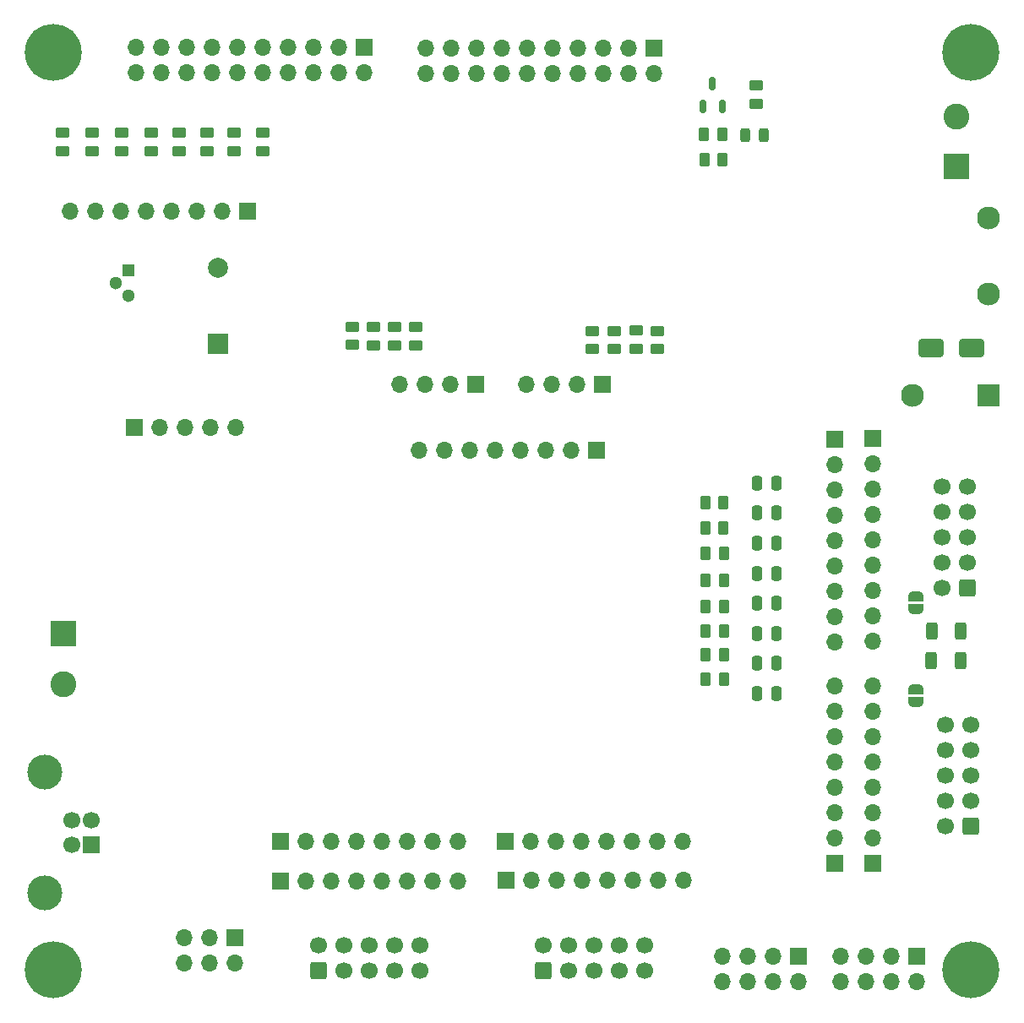
<source format=gbr>
%TF.GenerationSoftware,KiCad,Pcbnew,9.0.2*%
%TF.CreationDate,2025-09-03T21:51:31-05:00*%
%TF.ProjectId,ENRTENADOR ATMEGA1284P,454e5254-454e-4414-944f-522041544d45,rev?*%
%TF.SameCoordinates,Original*%
%TF.FileFunction,Soldermask,Bot*%
%TF.FilePolarity,Negative*%
%FSLAX46Y46*%
G04 Gerber Fmt 4.6, Leading zero omitted, Abs format (unit mm)*
G04 Created by KiCad (PCBNEW 9.0.2) date 2025-09-03 21:51:31*
%MOMM*%
%LPD*%
G01*
G04 APERTURE LIST*
G04 Aperture macros list*
%AMRoundRect*
0 Rectangle with rounded corners*
0 $1 Rounding radius*
0 $2 $3 $4 $5 $6 $7 $8 $9 X,Y pos of 4 corners*
0 Add a 4 corners polygon primitive as box body*
4,1,4,$2,$3,$4,$5,$6,$7,$8,$9,$2,$3,0*
0 Add four circle primitives for the rounded corners*
1,1,$1+$1,$2,$3*
1,1,$1+$1,$4,$5*
1,1,$1+$1,$6,$7*
1,1,$1+$1,$8,$9*
0 Add four rect primitives between the rounded corners*
20,1,$1+$1,$2,$3,$4,$5,0*
20,1,$1+$1,$4,$5,$6,$7,0*
20,1,$1+$1,$6,$7,$8,$9,0*
20,1,$1+$1,$8,$9,$2,$3,0*%
%AMFreePoly0*
4,1,23,0.500000,-0.750000,0.000000,-0.750000,0.000000,-0.745722,-0.065263,-0.745722,-0.191342,-0.711940,-0.304381,-0.646677,-0.396677,-0.554381,-0.461940,-0.441342,-0.495722,-0.315263,-0.495722,-0.250000,-0.500000,-0.250000,-0.500000,0.250000,-0.495722,0.250000,-0.495722,0.315263,-0.461940,0.441342,-0.396677,0.554381,-0.304381,0.646677,-0.191342,0.711940,-0.065263,0.745722,0.000000,0.745722,
0.000000,0.750000,0.500000,0.750000,0.500000,-0.750000,0.500000,-0.750000,$1*%
%AMFreePoly1*
4,1,23,0.000000,0.745722,0.065263,0.745722,0.191342,0.711940,0.304381,0.646677,0.396677,0.554381,0.461940,0.441342,0.495722,0.315263,0.495722,0.250000,0.500000,0.250000,0.500000,-0.250000,0.495722,-0.250000,0.495722,-0.315263,0.461940,-0.441342,0.396677,-0.554381,0.304381,-0.646677,0.191342,-0.711940,0.065263,-0.745722,0.000000,-0.745722,0.000000,-0.750000,-0.500000,-0.750000,
-0.500000,0.750000,0.000000,0.750000,0.000000,0.745722,0.000000,0.745722,$1*%
G04 Aperture macros list end*
%ADD10R,2.600000X2.600000*%
%ADD11C,2.600000*%
%ADD12R,1.700000X1.700000*%
%ADD13O,1.700000X1.700000*%
%ADD14RoundRect,0.250000X0.600000X0.600000X-0.600000X0.600000X-0.600000X-0.600000X0.600000X-0.600000X0*%
%ADD15C,1.700000*%
%ADD16R,1.300000X1.300000*%
%ADD17C,1.300000*%
%ADD18RoundRect,0.250000X0.600000X-0.600000X0.600000X0.600000X-0.600000X0.600000X-0.600000X-0.600000X0*%
%ADD19C,3.500000*%
%ADD20C,5.700000*%
%ADD21R,2.000000X2.000000*%
%ADD22C,2.000000*%
%ADD23R,2.300000X2.300000*%
%ADD24C,2.300000*%
%ADD25RoundRect,0.250000X0.450000X-0.262500X0.450000X0.262500X-0.450000X0.262500X-0.450000X-0.262500X0*%
%ADD26RoundRect,0.250000X-1.000000X-0.650000X1.000000X-0.650000X1.000000X0.650000X-1.000000X0.650000X0*%
%ADD27RoundRect,0.250000X0.262500X0.450000X-0.262500X0.450000X-0.262500X-0.450000X0.262500X-0.450000X0*%
%ADD28RoundRect,0.250000X0.312500X0.625000X-0.312500X0.625000X-0.312500X-0.625000X0.312500X-0.625000X0*%
%ADD29FreePoly0,90.000000*%
%ADD30FreePoly1,90.000000*%
%ADD31RoundRect,0.250000X0.250000X0.475000X-0.250000X0.475000X-0.250000X-0.475000X0.250000X-0.475000X0*%
%ADD32RoundRect,0.250000X-0.450000X0.262500X-0.450000X-0.262500X0.450000X-0.262500X0.450000X0.262500X0*%
%ADD33RoundRect,0.250000X-0.262500X-0.450000X0.262500X-0.450000X0.262500X0.450000X-0.262500X0.450000X0*%
%ADD34RoundRect,0.150000X0.150000X-0.512500X0.150000X0.512500X-0.150000X0.512500X-0.150000X-0.512500X0*%
%ADD35RoundRect,0.243750X-0.243750X-0.456250X0.243750X-0.456250X0.243750X0.456250X-0.243750X0.456250X0*%
G04 APERTURE END LIST*
D10*
%TO.C,J1*%
X5095000Y-62300000D03*
D11*
X5095000Y-67300000D03*
%TD*%
D12*
%TO.C,J8*%
X58450000Y-43900000D03*
D13*
X55910000Y-43900000D03*
X53370000Y-43900000D03*
X50830000Y-43900000D03*
X48290000Y-43900000D03*
X45750000Y-43900000D03*
X43210000Y-43900000D03*
X40670000Y-43900000D03*
%TD*%
D14*
%TO.C,J17*%
X95675000Y-57675000D03*
D15*
X93135000Y-57675000D03*
X95675000Y-55135000D03*
X93135000Y-55135000D03*
X95675000Y-52595000D03*
X93135000Y-52595000D03*
X95675000Y-50055000D03*
X93135000Y-50055000D03*
X95675000Y-47515000D03*
X93135000Y-47515000D03*
%TD*%
D12*
%TO.C,J20*%
X86200000Y-42730000D03*
D13*
X86200000Y-45270000D03*
X86200000Y-47810000D03*
X86200000Y-50350000D03*
X86200000Y-52890000D03*
X86200000Y-55430000D03*
X86200000Y-57970000D03*
X86200000Y-60510000D03*
X86200000Y-63050000D03*
%TD*%
D12*
%TO.C,J10*%
X23550000Y-19950000D03*
D13*
X21010000Y-19950000D03*
X18470000Y-19950000D03*
X15930000Y-19950000D03*
X13390000Y-19950000D03*
X10850000Y-19950000D03*
X8310000Y-19950000D03*
X5770000Y-19950000D03*
%TD*%
D16*
%TO.C,Q2*%
X11560000Y-25880000D03*
D17*
X10290000Y-27150000D03*
X11560000Y-28420000D03*
%TD*%
D14*
%TO.C,J19*%
X95980000Y-81600000D03*
D15*
X93440000Y-81600000D03*
X95980000Y-79060000D03*
X93440000Y-79060000D03*
X95980000Y-76520000D03*
X93440000Y-76520000D03*
X95980000Y-73980000D03*
X93440000Y-73980000D03*
X95980000Y-71440000D03*
X93440000Y-71440000D03*
%TD*%
D12*
%TO.C,PORTD1*%
X49360000Y-83100000D03*
D13*
X51900000Y-83100000D03*
X54440000Y-83100000D03*
X56980000Y-83100000D03*
X59520000Y-83100000D03*
X62060000Y-83100000D03*
X64600000Y-83100000D03*
X67140000Y-83100000D03*
%TD*%
D12*
%TO.C,J7*%
X35205000Y-3485000D03*
D13*
X35205000Y-6025000D03*
X32665000Y-3485000D03*
X32665000Y-6025000D03*
X30125000Y-3485000D03*
X30125000Y-6025000D03*
X27585000Y-3485000D03*
X27585000Y-6025000D03*
X25045000Y-3485000D03*
X25045000Y-6025000D03*
X22505000Y-3485000D03*
X22505000Y-6025000D03*
X19965000Y-3485000D03*
X19965000Y-6025000D03*
X17425000Y-3485000D03*
X17425000Y-6025000D03*
X14885000Y-3485000D03*
X14885000Y-6025000D03*
X12345000Y-3485000D03*
X12345000Y-6025000D03*
%TD*%
D12*
%TO.C,J13*%
X82350000Y-42780000D03*
D13*
X82350000Y-45320000D03*
X82350000Y-47860000D03*
X82350000Y-50400000D03*
X82350000Y-52940000D03*
X82350000Y-55480000D03*
X82350000Y-58020000D03*
X82350000Y-60560000D03*
X82350000Y-63100000D03*
%TD*%
D12*
%TO.C,J16*%
X49380000Y-86950000D03*
D13*
X51920000Y-86950000D03*
X54460000Y-86950000D03*
X57000000Y-86950000D03*
X59540000Y-86950000D03*
X62080000Y-86950000D03*
X64620000Y-86950000D03*
X67160000Y-86950000D03*
%TD*%
D12*
%TO.C,J3*%
X12185000Y-41640000D03*
D13*
X14725000Y-41640000D03*
X17265000Y-41640000D03*
X19805000Y-41640000D03*
X22345000Y-41640000D03*
%TD*%
D12*
%TO.C,PORTC1*%
X82355000Y-85315000D03*
D13*
X82355000Y-82775000D03*
X82355000Y-80235000D03*
X82355000Y-77695000D03*
X82355000Y-75155000D03*
X82355000Y-72615000D03*
X82355000Y-70075000D03*
X82355000Y-67535000D03*
%TD*%
D18*
%TO.C,J24*%
X53160000Y-96030000D03*
D15*
X53160000Y-93490000D03*
X55700000Y-96030000D03*
X55700000Y-93490000D03*
X58240000Y-96030000D03*
X58240000Y-93490000D03*
X60780000Y-96030000D03*
X60780000Y-93490000D03*
X63320000Y-96030000D03*
X63320000Y-93490000D03*
%TD*%
D12*
%TO.C,J6*%
X64205000Y-3610000D03*
D13*
X64205000Y-6150000D03*
X61665000Y-3610000D03*
X61665000Y-6150000D03*
X59125000Y-3610000D03*
X59125000Y-6150000D03*
X56585000Y-3610000D03*
X56585000Y-6150000D03*
X54045000Y-3610000D03*
X54045000Y-6150000D03*
X51505000Y-3610000D03*
X51505000Y-6150000D03*
X48965000Y-3610000D03*
X48965000Y-6150000D03*
X46425000Y-3610000D03*
X46425000Y-6150000D03*
X43885000Y-3610000D03*
X43885000Y-6150000D03*
X41345000Y-3610000D03*
X41345000Y-6150000D03*
%TD*%
D12*
%TO.C,J21*%
X7877500Y-83450000D03*
D15*
X7877500Y-80950000D03*
X5877500Y-80950000D03*
X5877500Y-83450000D03*
D19*
X3167500Y-88220000D03*
X3167500Y-76180000D03*
%TD*%
D20*
%TO.C,REF\u002A\u002A*%
X96000000Y-96000000D03*
%TD*%
D10*
%TO.C,J9*%
X94540000Y-15460000D03*
D11*
X94540000Y-10460000D03*
%TD*%
D12*
%TO.C,J4*%
X59075000Y-37300000D03*
D13*
X56535000Y-37300000D03*
X53995000Y-37300000D03*
X51455000Y-37300000D03*
%TD*%
D20*
%TO.C,REF\u002A\u002A*%
X4000000Y-4000000D03*
%TD*%
D12*
%TO.C,ICSP1*%
X22260000Y-92710000D03*
D13*
X22260000Y-95250000D03*
X19720000Y-92710000D03*
X19720000Y-95250000D03*
X17180000Y-92710000D03*
X17180000Y-95250000D03*
%TD*%
D20*
%TO.C,REF\u002A\u002A*%
X96000000Y-4000000D03*
%TD*%
D12*
%TO.C,J14*%
X26845000Y-83100000D03*
D13*
X29385000Y-83100000D03*
X31925000Y-83100000D03*
X34465000Y-83100000D03*
X37005000Y-83100000D03*
X39545000Y-83100000D03*
X42085000Y-83100000D03*
X44625000Y-83100000D03*
%TD*%
D20*
%TO.C,REF\u002A\u002A*%
X4000000Y-96000000D03*
%TD*%
D18*
%TO.C,J18*%
X30625000Y-96015000D03*
D15*
X30625000Y-93475000D03*
X33165000Y-96015000D03*
X33165000Y-93475000D03*
X35705000Y-96015000D03*
X35705000Y-93475000D03*
X38245000Y-96015000D03*
X38245000Y-93475000D03*
X40785000Y-96015000D03*
X40785000Y-93475000D03*
%TD*%
D12*
%TO.C,J5*%
X46375000Y-37325000D03*
D13*
X43835000Y-37325000D03*
X41295000Y-37325000D03*
X38755000Y-37325000D03*
%TD*%
D21*
%TO.C,BZ1*%
X20550000Y-33200000D03*
D22*
X20550000Y-25600000D03*
%TD*%
D12*
%TO.C,J11*%
X78700000Y-94570000D03*
D13*
X78700000Y-97110000D03*
X76160000Y-94570000D03*
X76160000Y-97110000D03*
X73620000Y-94570000D03*
X73620000Y-97110000D03*
X71080000Y-94570000D03*
X71080000Y-97110000D03*
%TD*%
D12*
%TO.C,J15*%
X86205000Y-85315000D03*
D13*
X86205000Y-82775000D03*
X86205000Y-80235000D03*
X86205000Y-77695000D03*
X86205000Y-75155000D03*
X86205000Y-72615000D03*
X86205000Y-70075000D03*
X86205000Y-67535000D03*
%TD*%
D23*
%TO.C,K1*%
X97770000Y-38420000D03*
D24*
X97770000Y-28260000D03*
X97770000Y-20640000D03*
X90150000Y-38420000D03*
%TD*%
D12*
%TO.C,PORTB1*%
X26795000Y-87075000D03*
D13*
X29335000Y-87075000D03*
X31875000Y-87075000D03*
X34415000Y-87075000D03*
X36955000Y-87075000D03*
X39495000Y-87075000D03*
X42035000Y-87075000D03*
X44575000Y-87075000D03*
%TD*%
D12*
%TO.C,J12*%
X90530000Y-94580000D03*
D13*
X90530000Y-97120000D03*
X87990000Y-94580000D03*
X87990000Y-97120000D03*
X85450000Y-94580000D03*
X85450000Y-97120000D03*
X82910000Y-94580000D03*
X82910000Y-97120000D03*
%TD*%
D25*
%TO.C,R14*%
X40400000Y-33350000D03*
X40400000Y-31525000D03*
%TD*%
D26*
%TO.C,D7*%
X92050000Y-33680000D03*
X96050000Y-33680000D03*
%TD*%
D25*
%TO.C,R21*%
X25075000Y-13912500D03*
X25075000Y-12087500D03*
%TD*%
D27*
%TO.C,R35*%
X71245000Y-64355000D03*
X69420000Y-64355000D03*
%TD*%
%TO.C,R31*%
X71245000Y-54230000D03*
X69420000Y-54230000D03*
%TD*%
D25*
%TO.C,R22*%
X22175000Y-13912500D03*
X22175000Y-12087500D03*
%TD*%
D27*
%TO.C,R36*%
X71245000Y-66830000D03*
X69420000Y-66830000D03*
%TD*%
D28*
%TO.C,R38*%
X94962500Y-65000000D03*
X92037500Y-65000000D03*
%TD*%
D27*
%TO.C,R33*%
X71245000Y-59555000D03*
X69420000Y-59555000D03*
%TD*%
D25*
%TO.C,R23*%
X19425000Y-13912500D03*
X19425000Y-12087500D03*
%TD*%
%TO.C,R24*%
X16625000Y-13912500D03*
X16625000Y-12087500D03*
%TD*%
D29*
%TO.C,JP4*%
X90500000Y-69150000D03*
D30*
X90500000Y-67850000D03*
%TD*%
D25*
%TO.C,R26*%
X10925000Y-13912500D03*
X10925000Y-12087500D03*
%TD*%
D31*
%TO.C,C19*%
X76490000Y-50190000D03*
X74590000Y-50190000D03*
%TD*%
D25*
%TO.C,R27*%
X7950000Y-13912500D03*
X7950000Y-12087500D03*
%TD*%
D31*
%TO.C,C23*%
X76490000Y-62230000D03*
X74590000Y-62230000D03*
%TD*%
D27*
%TO.C,R30*%
X71220000Y-51680000D03*
X69395000Y-51680000D03*
%TD*%
%TO.C,R34*%
X71245000Y-61980000D03*
X69420000Y-61980000D03*
%TD*%
D31*
%TO.C,C18*%
X76490000Y-47180000D03*
X74590000Y-47180000D03*
%TD*%
D32*
%TO.C,R18*%
X36125000Y-31525000D03*
X36125000Y-33350000D03*
%TD*%
%TO.C,R17*%
X60250000Y-31925000D03*
X60250000Y-33750000D03*
%TD*%
D27*
%TO.C,R32*%
X71245000Y-56905000D03*
X69420000Y-56905000D03*
%TD*%
D31*
%TO.C,C22*%
X76490000Y-59220000D03*
X74590000Y-59220000D03*
%TD*%
%TO.C,C20*%
X76490000Y-53200000D03*
X74590000Y-53200000D03*
%TD*%
D27*
%TO.C,R29*%
X71195000Y-49105000D03*
X69370000Y-49105000D03*
%TD*%
D33*
%TO.C,R10*%
X69237500Y-12210000D03*
X71062500Y-12210000D03*
%TD*%
D25*
%TO.C,R28*%
X4950000Y-13912500D03*
X4950000Y-12087500D03*
%TD*%
D32*
%TO.C,R12*%
X74450000Y-7347500D03*
X74450000Y-9172500D03*
%TD*%
D31*
%TO.C,C25*%
X76490000Y-68250000D03*
X74590000Y-68250000D03*
%TD*%
D34*
%TO.C,Q1*%
X71062500Y-9417500D03*
X69162500Y-9417500D03*
X70112500Y-7142500D03*
%TD*%
D31*
%TO.C,C21*%
X76490000Y-56210000D03*
X74590000Y-56210000D03*
%TD*%
D32*
%TO.C,R19*%
X58075000Y-31925000D03*
X58075000Y-33750000D03*
%TD*%
D25*
%TO.C,R25*%
X13850000Y-13912500D03*
X13850000Y-12087500D03*
%TD*%
D32*
%TO.C,R15*%
X38275000Y-31525000D03*
X38275000Y-33350000D03*
%TD*%
D29*
%TO.C,JP3*%
X90500000Y-59800000D03*
D30*
X90500000Y-58500000D03*
%TD*%
D32*
%TO.C,R20*%
X34000000Y-31500000D03*
X34000000Y-33325000D03*
%TD*%
%TO.C,R16*%
X62425000Y-31900000D03*
X62425000Y-33725000D03*
%TD*%
D31*
%TO.C,C24*%
X76490000Y-65240000D03*
X74590000Y-65240000D03*
%TD*%
D33*
%TO.C,R11*%
X69275000Y-14730000D03*
X71100000Y-14730000D03*
%TD*%
D25*
%TO.C,R13*%
X64600000Y-33750000D03*
X64600000Y-31925000D03*
%TD*%
D28*
%TO.C,R37*%
X95000000Y-62000000D03*
X92075000Y-62000000D03*
%TD*%
D35*
%TO.C,D6*%
X73382500Y-12290000D03*
X75257500Y-12290000D03*
%TD*%
M02*

</source>
